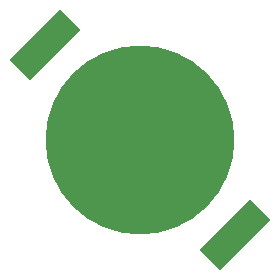
<source format=gbr>
%TF.GenerationSoftware,KiCad,Pcbnew,(6.0.9)*%
%TF.CreationDate,2022-11-12T13:39:38-06:00*%
%TF.ProjectId,ZoeBirthdayRing,5a6f6542-6972-4746-9864-617952696e67,rev?*%
%TF.SameCoordinates,Original*%
%TF.FileFunction,Paste,Bot*%
%TF.FilePolarity,Positive*%
%FSLAX46Y46*%
G04 Gerber Fmt 4.6, Leading zero omitted, Abs format (unit mm)*
G04 Created by KiCad (PCBNEW (6.0.9)) date 2022-11-12 13:39:38*
%MOMM*%
%LPD*%
G01*
G04 APERTURE LIST*
G04 Aperture macros list*
%AMRotRect*
0 Rectangle, with rotation*
0 The origin of the aperture is its center*
0 $1 length*
0 $2 width*
0 $3 Rotation angle, in degrees counterclockwise*
0 Add horizontal line*
21,1,$1,$2,0,0,$3*%
G04 Aperture macros list end*
%ADD10RotRect,2.400000X6.100000X135.000000*%
%ADD11C,16.000000*%
G04 APERTURE END LIST*
D10*
%TO.C,BT1*%
X166092579Y-99858746D03*
X150041255Y-83807422D03*
D11*
X158066917Y-91833084D03*
%TD*%
M02*

</source>
